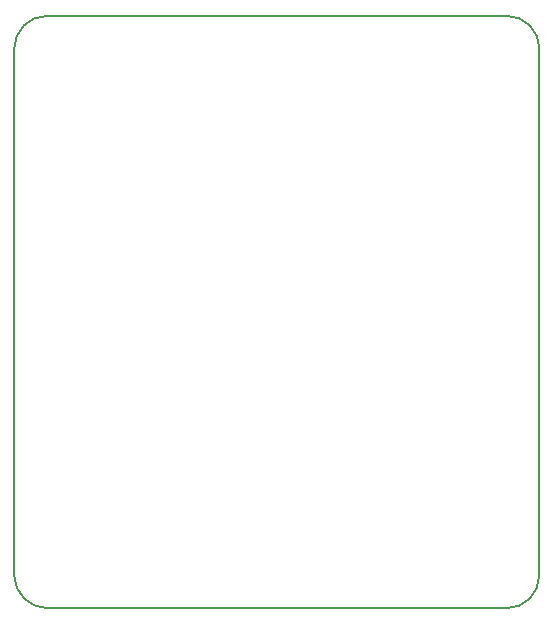
<source format=gm1>
G04 #@! TF.GenerationSoftware,KiCad,Pcbnew,(6.0.5)*
G04 #@! TF.CreationDate,2023-01-26T23:57:16-05:00*
G04 #@! TF.ProjectId,sensors,73656e73-6f72-4732-9e6b-696361645f70,rev?*
G04 #@! TF.SameCoordinates,Original*
G04 #@! TF.FileFunction,Profile,NP*
%FSLAX46Y46*%
G04 Gerber Fmt 4.6, Leading zero omitted, Abs format (unit mm)*
G04 Created by KiCad (PCBNEW (6.0.5)) date 2023-01-26 23:57:16*
%MOMM*%
%LPD*%
G01*
G04 APERTURE LIST*
G04 #@! TA.AperFunction,Profile*
%ADD10C,0.150000*%
G04 #@! TD*
G04 APERTURE END LIST*
D10*
X190880833Y-142873833D02*
G75*
G03*
X193674833Y-140079764I-33J2794033D01*
G01*
X152007624Y-92710024D02*
G75*
G03*
X149213624Y-95504000I-24J-2793976D01*
G01*
X193674833Y-140079764D02*
X193686376Y-95504000D01*
X193686400Y-95504000D02*
G75*
G03*
X190892376Y-92710000I-2794000J0D01*
G01*
X149202055Y-140080833D02*
G75*
G03*
X151992117Y-142873764I2870845J77833D01*
G01*
X152007624Y-92710000D02*
X190892376Y-92710000D01*
X149213624Y-95504000D02*
X149202058Y-140080833D01*
X190880833Y-142873764D02*
X151992117Y-142873764D01*
M02*

</source>
